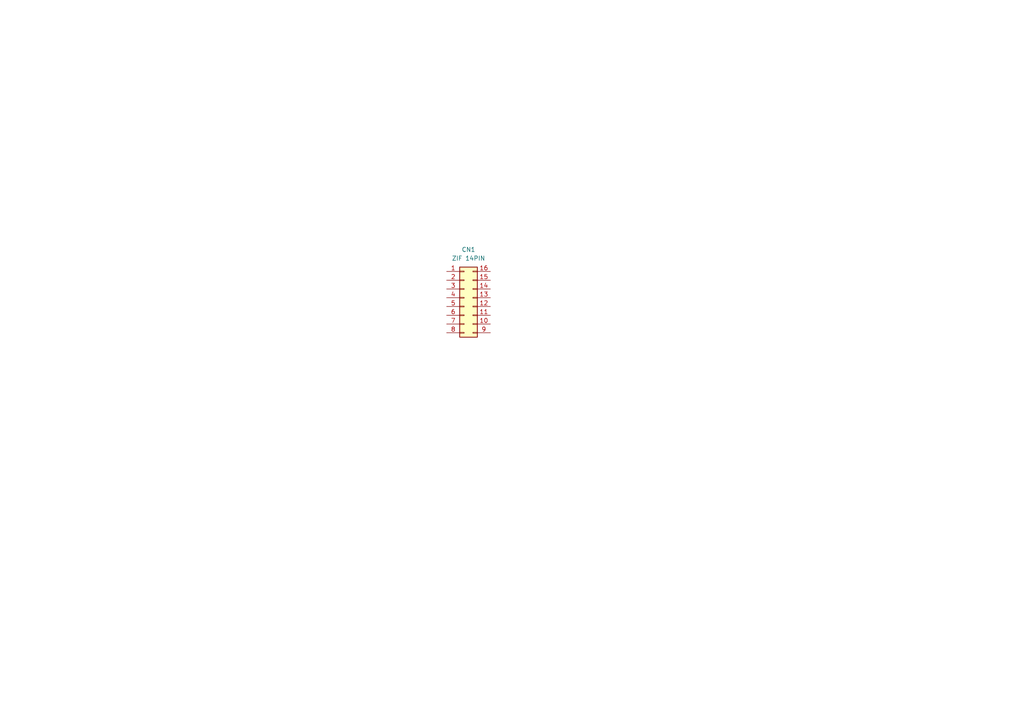
<source format=kicad_sch>
(kicad_sch (version 20250114) (generator "eeschema") (generator_version "9.0")
  (paper "A4")
  (lib_symbols
    (symbol "Connector_Generic:Conn_02x08_Counter_Clockwise" (pin_names (offset 1.016) (hide yes))
      (property "Reference" "J" (at 1.27 10.16 0))
      (property "Value" "Conn_02x08_Counter_Clockwise" (at 1.27 -12.7 0))
      (symbol "Conn_02x08_Counter_Clockwise_1_1"
        (rectangle (start -1.27 8.89) (end 3.81 -11.43) (stroke (width 0.254)) (fill (type background)))
        (rectangle (start -1.27 7.747) (end 0 7.493) (stroke (width 0.1524)))
        (rectangle (start -1.27 5.207) (end 0 4.953) (stroke (width 0.1524)))
        (rectangle (start -1.27 2.667) (end 0 2.413) (stroke (width 0.1524)))
        (rectangle (start -1.27 0.127) (end 0 -0.127) (stroke (width 0.1524)))
        (rectangle (start -1.27 -2.413) (end 0 -2.667) (stroke (width 0.1524)))
        (rectangle (start -1.27 -4.953) (end 0 -5.207) (stroke (width 0.1524)))
        (rectangle (start -1.27 -7.493) (end 0 -7.747) (stroke (width 0.1524)))
        (rectangle (start -1.27 -10.033) (end 0 -10.287) (stroke (width 0.1524)))
        (rectangle (start 3.81 7.747) (end 2.54 7.493) (stroke (width 0.1524)))
        (rectangle (start 3.81 5.207) (end 2.54 4.953) (stroke (width 0.1524)))
        (rectangle (start 3.81 2.667) (end 2.54 2.413) (stroke (width 0.1524)))
        (rectangle (start 3.81 0.127) (end 2.54 -0.127) (stroke (width 0.1524)))
        (rectangle (start 3.81 -2.413) (end 2.54 -2.667) (stroke (width 0.1524)))
        (rectangle (start 3.81 -4.953) (end 2.54 -5.207) (stroke (width 0.1524)))
        (rectangle (start 3.81 -7.493) (end 2.54 -7.747) (stroke (width 0.1524)))
        (rectangle (start 3.81 -10.033) (end 2.54 -10.287) (stroke (width 0.1524)))
        (pin passive line (at -5.08 7.62 0) (length 3.81) (name "Pin_1") (number "1"))
        (pin passive line (at -5.08 5.08 0) (length 3.81) (name "Pin_2") (number "2"))
        (pin passive line (at -5.08 2.54 0) (length 3.81) (name "Pin_3") (number "3"))
        (pin passive line (at -5.08 0 0) (length 3.81) (name "Pin_4") (number "4"))
        (pin passive line (at -5.08 -2.54 0) (length 3.81) (name "Pin_5") (number "5"))
        (pin passive line (at -5.08 -5.08 0) (length 3.81) (name "Pin_6") (number "6"))
        (pin passive line (at -5.08 -7.62 0) (length 3.81) (name "Pin_7") (number "7"))
        (pin passive line (at -5.08 -10.16 0) (length 3.81) (name "Pin_8") (number "8"))
        (pin passive line (at 7.62 7.62 180) (length 3.81) (name "Pin_16") (number "16"))
        (pin passive line (at 7.62 5.08 180) (length 3.81) (name "Pin_15") (number "15"))
        (pin passive line (at 7.62 2.54 180) (length 3.81) (name "Pin_14") (number "14"))
        (pin passive line (at 7.62 0 180) (length 3.81) (name "Pin_13") (number "13"))
        (pin passive line (at 7.62 -2.54 180) (length 3.81) (name "Pin_12") (number "12"))
        (pin passive line (at 7.62 -5.08 180) (length 3.81) (name "Pin_11") (number "11"))
        (pin passive line (at 7.62 -7.62 180) (length 3.81) (name "Pin_10") (number "10"))
        (pin passive line (at 7.62 -10.16 180) (length 3.81) (name "Pin_9") (number "9"))
      )
    )
  )
  (symbol (lib_id "Connector_Generic:Conn_02x08_Counter_Clockwise") (at 134.62 86.36 0) (unit 1)
    (property "Reference" "CN1" (at 135.89 72.39 0))
    (property "Value" "ZIF 14PIN" (at 135.89 74.93 0))
    (property "Description" "Generic connector, double row, 02x08, counter clockwise pin numbering scheme (similar to DIP package numbering), script generated (kicad-library-utils/schlib/autogen/connector/)" (effects (hide yes)))
  )
)
</source>
